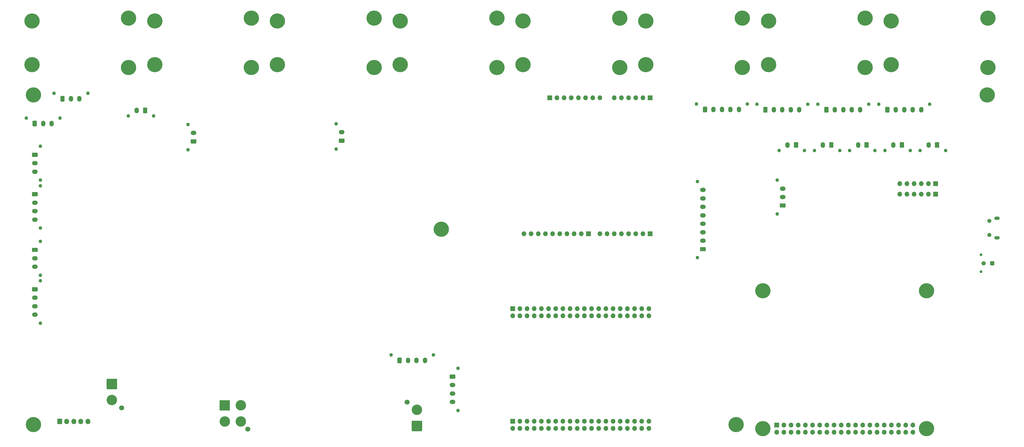
<source format=gbs>
G04 #@! TF.GenerationSoftware,KiCad,Pcbnew,(5.1.9)-1*
G04 #@! TF.CreationDate,2021-04-01T18:53:32-07:00*
G04 #@! TF.ProjectId,Ventilator,56656e74-696c-4617-946f-722e6b696361,A*
G04 #@! TF.SameCoordinates,Original*
G04 #@! TF.FileFunction,Soldermask,Bot*
G04 #@! TF.FilePolarity,Negative*
%FSLAX46Y46*%
G04 Gerber Fmt 4.6, Leading zero omitted, Abs format (unit mm)*
G04 Created by KiCad (PCBNEW (5.1.9)-1) date 2021-04-01 18:53:32*
%MOMM*%
%LPD*%
G01*
G04 APERTURE LIST*
%ADD10C,5.400000*%
%ADD11O,1.900000X1.200000*%
%ADD12C,1.450000*%
%ADD13O,2.020000X1.500000*%
%ADD14C,1.270000*%
%ADD15O,1.500000X2.020000*%
%ADD16C,1.500000*%
%ADD17C,1.000000*%
%ADD18C,1.800000*%
%ADD19C,3.700000*%
%ADD20C,0.800000*%
%ADD21R,1.700000X1.700000*%
%ADD22O,1.700000X1.700000*%
%ADD23O,1.700000X1.950000*%
G04 APERTURE END LIST*
D10*
X364000000Y-52000000D03*
X26000000Y-52000000D03*
X275000000Y-169000000D03*
X26000000Y-169000000D03*
X170561000Y-99695000D03*
D11*
X367437500Y-95750000D03*
X367437500Y-102750000D03*
D12*
X364737500Y-96750000D03*
X364737500Y-101750000D03*
D13*
X263250000Y-85750000D03*
X263250000Y-88750000D03*
X263250000Y-91750000D03*
X263250000Y-94750000D03*
X263250000Y-97750000D03*
X263250000Y-100750000D03*
X263250000Y-103750000D03*
G36*
G01*
X264010000Y-107500000D02*
X262490000Y-107500000D01*
G75*
G02*
X262240000Y-107250000I0J250000D01*
G01*
X262240000Y-106250000D01*
G75*
G02*
X262490000Y-106000000I250000J0D01*
G01*
X264010000Y-106000000D01*
G75*
G02*
X264260000Y-106250000I0J-250000D01*
G01*
X264260000Y-107250000D01*
G75*
G02*
X264010000Y-107500000I-250000J0D01*
G01*
G37*
D14*
X261290000Y-82750000D03*
X261290000Y-109750000D03*
X325600000Y-55290000D03*
X343600000Y-55290000D03*
G36*
G01*
X327850000Y-58010000D02*
X327850000Y-56490000D01*
G75*
G02*
X328100000Y-56240000I250000J0D01*
G01*
X329100000Y-56240000D01*
G75*
G02*
X329350000Y-56490000I0J-250000D01*
G01*
X329350000Y-58010000D01*
G75*
G02*
X329100000Y-58260000I-250000J0D01*
G01*
X328100000Y-58260000D01*
G75*
G02*
X327850000Y-58010000I0J250000D01*
G01*
G37*
D15*
X331600000Y-57250000D03*
X334600000Y-57250000D03*
X337600000Y-57250000D03*
X340600000Y-57250000D03*
D14*
X304000000Y-55290000D03*
X322000000Y-55290000D03*
G36*
G01*
X306250000Y-58010000D02*
X306250000Y-56490000D01*
G75*
G02*
X306500000Y-56240000I250000J0D01*
G01*
X307500000Y-56240000D01*
G75*
G02*
X307750000Y-56490000I0J-250000D01*
G01*
X307750000Y-58010000D01*
G75*
G02*
X307500000Y-58260000I-250000J0D01*
G01*
X306500000Y-58260000D01*
G75*
G02*
X306250000Y-58010000I0J250000D01*
G01*
G37*
D15*
X310000000Y-57250000D03*
X313000000Y-57250000D03*
X316000000Y-57250000D03*
X319000000Y-57250000D03*
D14*
X282400000Y-55290000D03*
X300400000Y-55290000D03*
G36*
G01*
X284650000Y-58010000D02*
X284650000Y-56490000D01*
G75*
G02*
X284900000Y-56240000I250000J0D01*
G01*
X285900000Y-56240000D01*
G75*
G02*
X286150000Y-56490000I0J-250000D01*
G01*
X286150000Y-58010000D01*
G75*
G02*
X285900000Y-58260000I-250000J0D01*
G01*
X284900000Y-58260000D01*
G75*
G02*
X284650000Y-58010000I0J250000D01*
G01*
G37*
D15*
X288400000Y-57250000D03*
X291400000Y-57250000D03*
X294400000Y-57250000D03*
X297400000Y-57250000D03*
D14*
X261000000Y-55240000D03*
X279000000Y-55240000D03*
G36*
G01*
X263250000Y-57960000D02*
X263250000Y-56440000D01*
G75*
G02*
X263500000Y-56190000I250000J0D01*
G01*
X264500000Y-56190000D01*
G75*
G02*
X264750000Y-56440000I0J-250000D01*
G01*
X264750000Y-57960000D01*
G75*
G02*
X264500000Y-58210000I-250000J0D01*
G01*
X263500000Y-58210000D01*
G75*
G02*
X263250000Y-57960000I0J250000D01*
G01*
G37*
D15*
X267000000Y-57200000D03*
X270000000Y-57200000D03*
X273000000Y-57200000D03*
X276000000Y-57200000D03*
D14*
X176460000Y-149000000D03*
X176460000Y-164000000D03*
G36*
G01*
X173740000Y-151250000D02*
X175260000Y-151250000D01*
G75*
G02*
X175510000Y-151500000I0J-250000D01*
G01*
X175510000Y-152500000D01*
G75*
G02*
X175260000Y-152750000I-250000J0D01*
G01*
X173740000Y-152750000D01*
G75*
G02*
X173490000Y-152500000I0J250000D01*
G01*
X173490000Y-151500000D01*
G75*
G02*
X173740000Y-151250000I250000J0D01*
G01*
G37*
D13*
X174500000Y-155000000D03*
X174500000Y-158000000D03*
X174500000Y-161000000D03*
D14*
X28460000Y-118000000D03*
X28460000Y-133000000D03*
G36*
G01*
X25740000Y-120250000D02*
X27260000Y-120250000D01*
G75*
G02*
X27510000Y-120500000I0J-250000D01*
G01*
X27510000Y-121500000D01*
G75*
G02*
X27260000Y-121750000I-250000J0D01*
G01*
X25740000Y-121750000D01*
G75*
G02*
X25490000Y-121500000I0J250000D01*
G01*
X25490000Y-120500000D01*
G75*
G02*
X25740000Y-120250000I250000J0D01*
G01*
G37*
D13*
X26500000Y-124000000D03*
X26500000Y-127000000D03*
X26500000Y-130000000D03*
D14*
X152750000Y-144290000D03*
X167750000Y-144290000D03*
G36*
G01*
X155000000Y-147010000D02*
X155000000Y-145490000D01*
G75*
G02*
X155250000Y-145240000I250000J0D01*
G01*
X156250000Y-145240000D01*
G75*
G02*
X156500000Y-145490000I0J-250000D01*
G01*
X156500000Y-147010000D01*
G75*
G02*
X156250000Y-147260000I-250000J0D01*
G01*
X155250000Y-147260000D01*
G75*
G02*
X155000000Y-147010000I0J250000D01*
G01*
G37*
D15*
X158750000Y-146250000D03*
X161750000Y-146250000D03*
X164750000Y-146250000D03*
D14*
X28460000Y-84250000D03*
X28460000Y-99250000D03*
G36*
G01*
X25740000Y-86500000D02*
X27260000Y-86500000D01*
G75*
G02*
X27510000Y-86750000I0J-250000D01*
G01*
X27510000Y-87750000D01*
G75*
G02*
X27260000Y-88000000I-250000J0D01*
G01*
X25740000Y-88000000D01*
G75*
G02*
X25490000Y-87750000I0J250000D01*
G01*
X25490000Y-86750000D01*
G75*
G02*
X25740000Y-86500000I250000J0D01*
G01*
G37*
D13*
X26500000Y-90250000D03*
X26500000Y-93250000D03*
X26500000Y-96250000D03*
D14*
X23450001Y-60185001D03*
X35450001Y-60185001D03*
G36*
G01*
X25700001Y-62905001D02*
X25700001Y-61385001D01*
G75*
G02*
X25950001Y-61135001I250000J0D01*
G01*
X26950001Y-61135001D01*
G75*
G02*
X27200001Y-61385001I0J-250000D01*
G01*
X27200001Y-62905001D01*
G75*
G02*
X26950001Y-63155001I-250000J0D01*
G01*
X25950001Y-63155001D01*
G75*
G02*
X25700001Y-62905001I0J250000D01*
G01*
G37*
D15*
X29450001Y-62145001D03*
X32450001Y-62145001D03*
D14*
X33300000Y-51440000D03*
X45300000Y-51440000D03*
G36*
G01*
X35550000Y-54160000D02*
X35550000Y-52640000D01*
G75*
G02*
X35800000Y-52390000I250000J0D01*
G01*
X36800000Y-52390000D01*
G75*
G02*
X37050000Y-52640000I0J-250000D01*
G01*
X37050000Y-54160000D01*
G75*
G02*
X36800000Y-54410000I-250000J0D01*
G01*
X35800000Y-54410000D01*
G75*
G02*
X35550000Y-54160000I0J250000D01*
G01*
G37*
D15*
X39300000Y-53400000D03*
X42300000Y-53400000D03*
D14*
X289540000Y-94250000D03*
X289540000Y-82250000D03*
G36*
G01*
X292260000Y-92000000D02*
X290740000Y-92000000D01*
G75*
G02*
X290490000Y-91750000I0J250000D01*
G01*
X290490000Y-90750000D01*
G75*
G02*
X290740000Y-90500000I250000J0D01*
G01*
X292260000Y-90500000D01*
G75*
G02*
X292510000Y-90750000I0J-250000D01*
G01*
X292510000Y-91750000D01*
G75*
G02*
X292260000Y-92000000I-250000J0D01*
G01*
G37*
D13*
X291500000Y-88250000D03*
X291500000Y-85250000D03*
D14*
X28460000Y-104000000D03*
X28460000Y-116000000D03*
G36*
G01*
X25740000Y-106250000D02*
X27260000Y-106250000D01*
G75*
G02*
X27510000Y-106500000I0J-250000D01*
G01*
X27510000Y-107500000D01*
G75*
G02*
X27260000Y-107750000I-250000J0D01*
G01*
X25740000Y-107750000D01*
G75*
G02*
X25490000Y-107500000I0J250000D01*
G01*
X25490000Y-106500000D01*
G75*
G02*
X25740000Y-106250000I250000J0D01*
G01*
G37*
D13*
X26500000Y-110000000D03*
X26500000Y-113000000D03*
D14*
X28460000Y-70250000D03*
X28460000Y-82250000D03*
G36*
G01*
X25740000Y-72500000D02*
X27260000Y-72500000D01*
G75*
G02*
X27510000Y-72750000I0J-250000D01*
G01*
X27510000Y-73750000D01*
G75*
G02*
X27260000Y-74000000I-250000J0D01*
G01*
X25740000Y-74000000D01*
G75*
G02*
X25490000Y-73750000I0J250000D01*
G01*
X25490000Y-72750000D01*
G75*
G02*
X25740000Y-72500000I250000J0D01*
G01*
G37*
D13*
X26500000Y-76250000D03*
X26500000Y-79250000D03*
D15*
X62600000Y-57500000D03*
G36*
G01*
X66350000Y-56740000D02*
X66350000Y-58260000D01*
G75*
G02*
X66100000Y-58510000I-250000J0D01*
G01*
X65100000Y-58510000D01*
G75*
G02*
X64850000Y-58260000I0J250000D01*
G01*
X64850000Y-56740000D01*
G75*
G02*
X65100000Y-56490000I250000J0D01*
G01*
X66100000Y-56490000D01*
G75*
G02*
X66350000Y-56740000I0J-250000D01*
G01*
G37*
D14*
X59600000Y-59460000D03*
X68600000Y-59460000D03*
X133290000Y-71250000D03*
X133290000Y-62250000D03*
G36*
G01*
X136010000Y-69000000D02*
X134490000Y-69000000D01*
G75*
G02*
X134240000Y-68750000I0J250000D01*
G01*
X134240000Y-67750000D01*
G75*
G02*
X134490000Y-67500000I250000J0D01*
G01*
X136010000Y-67500000D01*
G75*
G02*
X136260000Y-67750000I0J-250000D01*
G01*
X136260000Y-68750000D01*
G75*
G02*
X136010000Y-69000000I-250000J0D01*
G01*
G37*
D13*
X135250000Y-65250000D03*
D14*
X80790000Y-71500000D03*
X80790000Y-62500000D03*
G36*
G01*
X83510000Y-69250000D02*
X81990000Y-69250000D01*
G75*
G02*
X81740000Y-69000000I0J250000D01*
G01*
X81740000Y-68000000D01*
G75*
G02*
X81990000Y-67750000I250000J0D01*
G01*
X83510000Y-67750000D01*
G75*
G02*
X83760000Y-68000000I0J-250000D01*
G01*
X83760000Y-69000000D01*
G75*
G02*
X83510000Y-69250000I-250000J0D01*
G01*
G37*
D13*
X82750000Y-65500000D03*
D14*
X349250000Y-71710000D03*
X340250000Y-71710000D03*
G36*
G01*
X347000000Y-68990000D02*
X347000000Y-70510000D01*
G75*
G02*
X346750000Y-70760000I-250000J0D01*
G01*
X345750000Y-70760000D01*
G75*
G02*
X345500000Y-70510000I0J250000D01*
G01*
X345500000Y-68990000D01*
G75*
G02*
X345750000Y-68740000I250000J0D01*
G01*
X346750000Y-68740000D01*
G75*
G02*
X347000000Y-68990000I0J-250000D01*
G01*
G37*
D15*
X343250000Y-69750000D03*
D14*
X299250000Y-71710000D03*
X290250000Y-71710000D03*
G36*
G01*
X297000000Y-68990000D02*
X297000000Y-70510000D01*
G75*
G02*
X296750000Y-70760000I-250000J0D01*
G01*
X295750000Y-70760000D01*
G75*
G02*
X295500000Y-70510000I0J250000D01*
G01*
X295500000Y-68990000D01*
G75*
G02*
X295750000Y-68740000I250000J0D01*
G01*
X296750000Y-68740000D01*
G75*
G02*
X297000000Y-68990000I0J-250000D01*
G01*
G37*
D15*
X293250000Y-69750000D03*
D14*
X336750000Y-71710000D03*
X327750000Y-71710000D03*
G36*
G01*
X334500000Y-68990000D02*
X334500000Y-70510000D01*
G75*
G02*
X334250000Y-70760000I-250000J0D01*
G01*
X333250000Y-70760000D01*
G75*
G02*
X333000000Y-70510000I0J250000D01*
G01*
X333000000Y-68990000D01*
G75*
G02*
X333250000Y-68740000I250000J0D01*
G01*
X334250000Y-68740000D01*
G75*
G02*
X334500000Y-68990000I0J-250000D01*
G01*
G37*
D15*
X330750000Y-69750000D03*
D14*
X324250000Y-71710000D03*
X315250000Y-71710000D03*
G36*
G01*
X322000000Y-68990000D02*
X322000000Y-70510000D01*
G75*
G02*
X321750000Y-70760000I-250000J0D01*
G01*
X320750000Y-70760000D01*
G75*
G02*
X320500000Y-70510000I0J250000D01*
G01*
X320500000Y-68990000D01*
G75*
G02*
X320750000Y-68740000I250000J0D01*
G01*
X321750000Y-68740000D01*
G75*
G02*
X322000000Y-68990000I0J-250000D01*
G01*
G37*
D15*
X318250000Y-69750000D03*
D14*
X311750000Y-71710000D03*
X302750000Y-71710000D03*
G36*
G01*
X309500000Y-68990000D02*
X309500000Y-70510000D01*
G75*
G02*
X309250000Y-70760000I-250000J0D01*
G01*
X308250000Y-70760000D01*
G75*
G02*
X308000000Y-70510000I0J250000D01*
G01*
X308000000Y-68990000D01*
G75*
G02*
X308250000Y-68740000I250000J0D01*
G01*
X309250000Y-68740000D01*
G75*
G02*
X309500000Y-68990000I0J-250000D01*
G01*
G37*
D15*
X305750000Y-69750000D03*
D16*
X362760000Y-111760000D03*
G36*
G01*
X365260000Y-111010000D02*
X366260000Y-111010000D01*
G75*
G02*
X366510000Y-111260000I0J-250000D01*
G01*
X366510000Y-112260000D01*
G75*
G02*
X366260000Y-112510000I-250000J0D01*
G01*
X365260000Y-112510000D01*
G75*
G02*
X365010000Y-112260000I0J250000D01*
G01*
X365010000Y-111260000D01*
G75*
G02*
X365260000Y-111010000I250000J0D01*
G01*
G37*
D17*
X361820000Y-114760000D03*
X361820000Y-108760000D03*
D18*
X101980000Y-170670000D03*
D19*
X99500000Y-167900000D03*
X93800000Y-167900000D03*
X99500000Y-162200000D03*
G36*
G01*
X91950000Y-163800000D02*
X91950000Y-160600000D01*
G75*
G02*
X92200000Y-160350000I250000J0D01*
G01*
X95400000Y-160350000D01*
G75*
G02*
X95650000Y-160600000I0J-250000D01*
G01*
X95650000Y-163800000D01*
G75*
G02*
X95400000Y-164050000I-250000J0D01*
G01*
X92200000Y-164050000D01*
G75*
G02*
X91950000Y-163800000I0J250000D01*
G01*
G37*
D18*
X158420000Y-161030000D03*
D19*
X161900000Y-163800000D03*
G36*
G01*
X163750000Y-167900000D02*
X163750000Y-171100000D01*
G75*
G02*
X163500000Y-171350000I-250000J0D01*
G01*
X160300000Y-171350000D01*
G75*
G02*
X160050000Y-171100000I0J250000D01*
G01*
X160050000Y-167900000D01*
G75*
G02*
X160300000Y-167650000I250000J0D01*
G01*
X163500000Y-167650000D01*
G75*
G02*
X163750000Y-167900000I0J-250000D01*
G01*
G37*
D18*
X57280000Y-163070000D03*
D19*
X53800000Y-160300000D03*
G36*
G01*
X51950000Y-156200000D02*
X51950000Y-153000000D01*
G75*
G02*
X52200000Y-152750000I250000J0D01*
G01*
X55400000Y-152750000D01*
G75*
G02*
X55650000Y-153000000I0J-250000D01*
G01*
X55650000Y-156200000D01*
G75*
G02*
X55400000Y-156450000I-250000J0D01*
G01*
X52200000Y-156450000D01*
G75*
G02*
X51950000Y-156200000I0J250000D01*
G01*
G37*
D20*
X144725000Y-42250000D03*
D10*
X146750000Y-42250000D03*
D20*
X145318109Y-40818109D03*
X145318109Y-43681891D03*
X146750000Y-40225000D03*
X148181891Y-43681891D03*
X146750000Y-44275000D03*
X148181891Y-40818109D03*
X148775000Y-42250000D03*
X145318109Y-26181891D03*
X145318109Y-23318109D03*
X146750000Y-26775000D03*
X146750000Y-22725000D03*
X144725000Y-24750000D03*
D10*
X146750000Y-24750000D03*
D20*
X148775000Y-24750000D03*
X148181891Y-26181891D03*
X148181891Y-23318109D03*
X110475000Y-41250000D03*
X111068109Y-42681891D03*
X112500000Y-39225000D03*
X111068109Y-39818109D03*
X112500000Y-43275000D03*
X113931891Y-39818109D03*
X113931891Y-42681891D03*
D10*
X112500000Y-41250000D03*
D20*
X114525000Y-41250000D03*
X114525000Y-25750000D03*
X112500000Y-23725000D03*
D10*
X112500000Y-25750000D03*
D20*
X113931891Y-24318109D03*
X111068109Y-24318109D03*
X112500000Y-27775000D03*
X110475000Y-25750000D03*
X113931891Y-27181891D03*
X111068109Y-27181891D03*
X57725000Y-42250000D03*
D10*
X59750000Y-42250000D03*
D20*
X58318109Y-40818109D03*
X58318109Y-43681891D03*
X59750000Y-40225000D03*
X61181891Y-43681891D03*
X59750000Y-44275000D03*
X61181891Y-40818109D03*
X61775000Y-42250000D03*
X58318109Y-26181891D03*
X58318109Y-23318109D03*
X59750000Y-26775000D03*
X59750000Y-22725000D03*
X57725000Y-24750000D03*
D10*
X59750000Y-24750000D03*
D20*
X61775000Y-24750000D03*
X61181891Y-26181891D03*
X61181891Y-23318109D03*
X23475000Y-41250000D03*
X24068109Y-42681891D03*
X25500000Y-39225000D03*
X24068109Y-39818109D03*
X25500000Y-43275000D03*
X26931891Y-39818109D03*
X26931891Y-42681891D03*
D10*
X25500000Y-41250000D03*
D20*
X27525000Y-41250000D03*
X27525000Y-25750000D03*
X25500000Y-23725000D03*
D10*
X25500000Y-25750000D03*
D20*
X26931891Y-24318109D03*
X24068109Y-24318109D03*
X25500000Y-27775000D03*
X23475000Y-25750000D03*
X26931891Y-27181891D03*
X24068109Y-27181891D03*
X101225000Y-42250000D03*
D10*
X103250000Y-42250000D03*
D20*
X101818109Y-40818109D03*
X101818109Y-43681891D03*
X103250000Y-40225000D03*
X104681891Y-43681891D03*
X103250000Y-44275000D03*
X104681891Y-40818109D03*
X105275000Y-42250000D03*
X101818109Y-26181891D03*
X101818109Y-23318109D03*
X103250000Y-26775000D03*
X103250000Y-22725000D03*
X101225000Y-24750000D03*
D10*
X103250000Y-24750000D03*
D20*
X105275000Y-24750000D03*
X104681891Y-26181891D03*
X104681891Y-23318109D03*
X66975000Y-41250000D03*
X67568109Y-42681891D03*
X69000000Y-39225000D03*
X67568109Y-39818109D03*
X69000000Y-43275000D03*
X70431891Y-39818109D03*
X70431891Y-42681891D03*
D10*
X69000000Y-41250000D03*
D20*
X71025000Y-41250000D03*
X71025000Y-25750000D03*
X69000000Y-23725000D03*
D10*
X69000000Y-25750000D03*
D20*
X70431891Y-24318109D03*
X67568109Y-24318109D03*
X69000000Y-27775000D03*
X66975000Y-25750000D03*
X70431891Y-27181891D03*
X67568109Y-27181891D03*
X188225000Y-42250000D03*
D10*
X190250000Y-42250000D03*
D20*
X188818109Y-40818109D03*
X188818109Y-43681891D03*
X190250000Y-40225000D03*
X191681891Y-43681891D03*
X190250000Y-44275000D03*
X191681891Y-40818109D03*
X192275000Y-42250000D03*
X188818109Y-26181891D03*
X188818109Y-23318109D03*
X190250000Y-26775000D03*
X190250000Y-22725000D03*
X188225000Y-24750000D03*
D10*
X190250000Y-24750000D03*
D20*
X192275000Y-24750000D03*
X191681891Y-26181891D03*
X191681891Y-23318109D03*
X153975000Y-41250000D03*
X154568109Y-42681891D03*
X156000000Y-39225000D03*
X154568109Y-39818109D03*
X156000000Y-43275000D03*
X157431891Y-39818109D03*
X157431891Y-42681891D03*
D10*
X156000000Y-41250000D03*
D20*
X158025000Y-41250000D03*
X158025000Y-25750000D03*
X156000000Y-23725000D03*
D10*
X156000000Y-25750000D03*
D20*
X157431891Y-24318109D03*
X154568109Y-24318109D03*
X156000000Y-27775000D03*
X153975000Y-25750000D03*
X157431891Y-27181891D03*
X154568109Y-27181891D03*
X231725000Y-42250000D03*
D10*
X233750000Y-42250000D03*
D20*
X232318109Y-40818109D03*
X232318109Y-43681891D03*
X233750000Y-40225000D03*
X235181891Y-43681891D03*
X233750000Y-44275000D03*
X235181891Y-40818109D03*
X235775000Y-42250000D03*
X232318109Y-26181891D03*
X232318109Y-23318109D03*
X233750000Y-26775000D03*
X233750000Y-22725000D03*
X231725000Y-24750000D03*
D10*
X233750000Y-24750000D03*
D20*
X235775000Y-24750000D03*
X235181891Y-26181891D03*
X235181891Y-23318109D03*
X197475000Y-41250000D03*
X198068109Y-42681891D03*
X199500000Y-39225000D03*
X198068109Y-39818109D03*
X199500000Y-43275000D03*
X200931891Y-39818109D03*
X200931891Y-42681891D03*
D10*
X199500000Y-41250000D03*
D20*
X201525000Y-41250000D03*
X201525000Y-25750000D03*
X199500000Y-23725000D03*
D10*
X199500000Y-25750000D03*
D20*
X200931891Y-24318109D03*
X198068109Y-24318109D03*
X199500000Y-27775000D03*
X197475000Y-25750000D03*
X200931891Y-27181891D03*
X198068109Y-27181891D03*
X275225000Y-42250000D03*
D10*
X277250000Y-42250000D03*
D20*
X275818109Y-40818109D03*
X275818109Y-43681891D03*
X277250000Y-40225000D03*
X278681891Y-43681891D03*
X277250000Y-44275000D03*
X278681891Y-40818109D03*
X279275000Y-42250000D03*
X275818109Y-26181891D03*
X275818109Y-23318109D03*
X277250000Y-26775000D03*
X277250000Y-22725000D03*
X275225000Y-24750000D03*
D10*
X277250000Y-24750000D03*
D20*
X279275000Y-24750000D03*
X278681891Y-26181891D03*
X278681891Y-23318109D03*
X240975000Y-41250000D03*
X241568109Y-42681891D03*
X243000000Y-39225000D03*
X241568109Y-39818109D03*
X243000000Y-43275000D03*
X244431891Y-39818109D03*
X244431891Y-42681891D03*
D10*
X243000000Y-41250000D03*
D20*
X245025000Y-41250000D03*
X245025000Y-25750000D03*
X243000000Y-23725000D03*
D10*
X243000000Y-25750000D03*
D20*
X244431891Y-24318109D03*
X241568109Y-24318109D03*
X243000000Y-27775000D03*
X240975000Y-25750000D03*
X244431891Y-27181891D03*
X241568109Y-27181891D03*
X318725000Y-42250000D03*
D10*
X320750000Y-42250000D03*
D20*
X319318109Y-40818109D03*
X319318109Y-43681891D03*
X320750000Y-40225000D03*
X322181891Y-43681891D03*
X320750000Y-44275000D03*
X322181891Y-40818109D03*
X322775000Y-42250000D03*
X319318109Y-26181891D03*
X319318109Y-23318109D03*
X320750000Y-26775000D03*
X320750000Y-22725000D03*
X318725000Y-24750000D03*
D10*
X320750000Y-24750000D03*
D20*
X322775000Y-24750000D03*
X322181891Y-26181891D03*
X322181891Y-23318109D03*
X284475000Y-41250000D03*
X285068109Y-42681891D03*
X286500000Y-39225000D03*
X285068109Y-39818109D03*
X286500000Y-43275000D03*
X287931891Y-39818109D03*
X287931891Y-42681891D03*
D10*
X286500000Y-41250000D03*
D20*
X288525000Y-41250000D03*
X288525000Y-25750000D03*
X286500000Y-23725000D03*
D10*
X286500000Y-25750000D03*
D20*
X287931891Y-24318109D03*
X285068109Y-24318109D03*
X286500000Y-27775000D03*
X284475000Y-25750000D03*
X287931891Y-27181891D03*
X285068109Y-27181891D03*
X362225000Y-42250000D03*
D10*
X364250000Y-42250000D03*
D20*
X362818109Y-40818109D03*
X362818109Y-43681891D03*
X364250000Y-40225000D03*
X365681891Y-43681891D03*
X364250000Y-44275000D03*
X365681891Y-40818109D03*
X366275000Y-42250000D03*
X362818109Y-26181891D03*
X362818109Y-23318109D03*
X364250000Y-26775000D03*
X364250000Y-22725000D03*
X362225000Y-24750000D03*
D10*
X364250000Y-24750000D03*
D20*
X366275000Y-24750000D03*
X365681891Y-26181891D03*
X365681891Y-23318109D03*
X327975000Y-41250000D03*
X328568109Y-42681891D03*
X330000000Y-39225000D03*
X328568109Y-39818109D03*
X330000000Y-43275000D03*
X331431891Y-39818109D03*
X331431891Y-42681891D03*
D10*
X330000000Y-41250000D03*
D20*
X332025000Y-41250000D03*
X332025000Y-25750000D03*
X330000000Y-23725000D03*
D10*
X330000000Y-25750000D03*
D20*
X331431891Y-24318109D03*
X328568109Y-24318109D03*
X330000000Y-27775000D03*
X327975000Y-25750000D03*
X331431891Y-27181891D03*
X328568109Y-27181891D03*
D21*
X289370000Y-169230000D03*
D22*
X289370000Y-171770000D03*
X291910000Y-169230000D03*
X291910000Y-171770000D03*
X294450000Y-169230000D03*
X294450000Y-171770000D03*
X296990000Y-169230000D03*
X296990000Y-171770000D03*
X299530000Y-169230000D03*
X299530000Y-171770000D03*
X302070000Y-169230000D03*
X302070000Y-171770000D03*
X304610000Y-169230000D03*
X304610000Y-171770000D03*
X307150000Y-169230000D03*
X307150000Y-171770000D03*
X309690000Y-169230000D03*
X309690000Y-171770000D03*
X312230000Y-169230000D03*
X312230000Y-171770000D03*
X314770000Y-169230000D03*
X314770000Y-171770000D03*
X317310000Y-169230000D03*
X317310000Y-171770000D03*
X319850000Y-169230000D03*
X319850000Y-171770000D03*
X322390000Y-169230000D03*
X322390000Y-171770000D03*
X324930000Y-169230000D03*
X324930000Y-171770000D03*
X327470000Y-169230000D03*
X327470000Y-171770000D03*
X330010000Y-169230000D03*
X330010000Y-171770000D03*
X332550000Y-169230000D03*
X332550000Y-171770000D03*
X335090000Y-169230000D03*
X335090000Y-171770000D03*
X337630000Y-169230000D03*
X337630000Y-171770000D03*
D20*
X283068109Y-171931891D03*
X285931891Y-169068109D03*
X282475000Y-170500000D03*
X284500000Y-168475000D03*
D10*
X284500000Y-170500000D03*
D20*
X284500000Y-172525000D03*
X285931891Y-171931891D03*
X286525000Y-170500000D03*
X283068109Y-169068109D03*
X284500000Y-123525000D03*
X283068109Y-120068109D03*
X282475000Y-121500000D03*
X285931891Y-122931891D03*
X285931891Y-120068109D03*
X283068109Y-122931891D03*
D10*
X284500000Y-121500000D03*
D20*
X286525000Y-121500000D03*
X284500000Y-119475000D03*
D10*
X342500000Y-121500000D03*
D20*
X341068109Y-120068109D03*
X342500000Y-123525000D03*
X341068109Y-122931891D03*
X344525000Y-121500000D03*
X343931891Y-120068109D03*
X343931891Y-122931891D03*
X342500000Y-119475000D03*
X340475000Y-121500000D03*
D10*
X342500000Y-170500000D03*
D20*
X341068109Y-169068109D03*
X342500000Y-172525000D03*
X341068109Y-171931891D03*
X344525000Y-170500000D03*
X343931891Y-169068109D03*
X343931891Y-171931891D03*
X342500000Y-168475000D03*
X340475000Y-170500000D03*
D22*
X226740000Y-53000000D03*
X224200000Y-53000000D03*
X221660000Y-53000000D03*
X219120000Y-53000000D03*
X216580000Y-53000000D03*
X214040000Y-53000000D03*
X211500000Y-53000000D03*
D21*
X208960000Y-53000000D03*
X244500000Y-53000000D03*
D22*
X241960000Y-53000000D03*
X239420000Y-53000000D03*
X236880000Y-53000000D03*
X234340000Y-53000000D03*
X231800000Y-53000000D03*
D21*
X222671000Y-101259000D03*
D22*
X220131000Y-101259000D03*
X217591000Y-101259000D03*
X215051000Y-101259000D03*
X212511000Y-101259000D03*
X209971000Y-101259000D03*
X207431000Y-101259000D03*
X204891000Y-101259000D03*
X202351000Y-101259000D03*
X199811000Y-101259000D03*
D21*
X244515000Y-101259000D03*
D22*
X241975000Y-101259000D03*
X239435000Y-101259000D03*
X236895000Y-101259000D03*
X234355000Y-101259000D03*
X231815000Y-101259000D03*
X229275000Y-101259000D03*
X226735000Y-101259000D03*
X244094000Y-130378000D03*
X244094000Y-127838000D03*
X241554000Y-130378000D03*
X241554000Y-127838000D03*
X239014000Y-130378000D03*
X239014000Y-127838000D03*
X236474000Y-130378000D03*
X236474000Y-127838000D03*
X233934000Y-130378000D03*
X233934000Y-127838000D03*
X231394000Y-130378000D03*
X231394000Y-127838000D03*
X228854000Y-130378000D03*
X228854000Y-127838000D03*
X226314000Y-130378000D03*
X226314000Y-127838000D03*
X223774000Y-130378000D03*
X223774000Y-127838000D03*
X221234000Y-130378000D03*
X221234000Y-127838000D03*
X218694000Y-130378000D03*
X218694000Y-127838000D03*
X216154000Y-130378000D03*
X216154000Y-127838000D03*
X213614000Y-130378000D03*
X213614000Y-127838000D03*
X211074000Y-130378000D03*
X211074000Y-127838000D03*
X208534000Y-130378000D03*
X208534000Y-127838000D03*
X205994000Y-130378000D03*
X205994000Y-127838000D03*
X203454000Y-130378000D03*
X203454000Y-127838000D03*
X200914000Y-130378000D03*
X200914000Y-127838000D03*
X198374000Y-130378000D03*
X198374000Y-127838000D03*
X195834000Y-130378000D03*
D21*
X195834000Y-127838000D03*
X195834000Y-167835000D03*
D22*
X195834000Y-170375000D03*
X198374000Y-167835000D03*
X198374000Y-170375000D03*
X200914000Y-167835000D03*
X200914000Y-170375000D03*
X203454000Y-167835000D03*
X203454000Y-170375000D03*
X205994000Y-167835000D03*
X205994000Y-170375000D03*
X208534000Y-167835000D03*
X208534000Y-170375000D03*
X211074000Y-167835000D03*
X211074000Y-170375000D03*
X213614000Y-167835000D03*
X213614000Y-170375000D03*
X216154000Y-167835000D03*
X216154000Y-170375000D03*
X218694000Y-167835000D03*
X218694000Y-170375000D03*
X221234000Y-167835000D03*
X221234000Y-170375000D03*
X223774000Y-167835000D03*
X223774000Y-170375000D03*
X226314000Y-167835000D03*
X226314000Y-170375000D03*
X228854000Y-167835000D03*
X228854000Y-170375000D03*
X231394000Y-167835000D03*
X231394000Y-170375000D03*
X233934000Y-167835000D03*
X233934000Y-170375000D03*
X236474000Y-167835000D03*
X236474000Y-170375000D03*
X239014000Y-167835000D03*
X239014000Y-170375000D03*
X241554000Y-167835000D03*
X241554000Y-170375000D03*
X244094000Y-167835000D03*
X244094000Y-170375000D03*
D23*
X45300000Y-167900000D03*
X42800000Y-167900000D03*
X40300000Y-167900000D03*
X37800000Y-167900000D03*
G36*
G01*
X34450000Y-168625000D02*
X34450000Y-167175000D01*
G75*
G02*
X34700000Y-166925000I250000J0D01*
G01*
X35900000Y-166925000D01*
G75*
G02*
X36150000Y-167175000I0J-250000D01*
G01*
X36150000Y-168625000D01*
G75*
G02*
X35900000Y-168875000I-250000J0D01*
G01*
X34700000Y-168875000D01*
G75*
G02*
X34450000Y-168625000I0J250000D01*
G01*
G37*
D22*
X333050000Y-87250000D03*
X335590000Y-87250000D03*
X338130000Y-87250000D03*
X340670000Y-87250000D03*
X343210000Y-87250000D03*
D21*
X345750000Y-87250000D03*
X345750000Y-83500000D03*
D22*
X343210000Y-83500000D03*
X340670000Y-83500000D03*
X338130000Y-83500000D03*
X335590000Y-83500000D03*
X333050000Y-83500000D03*
M02*

</source>
